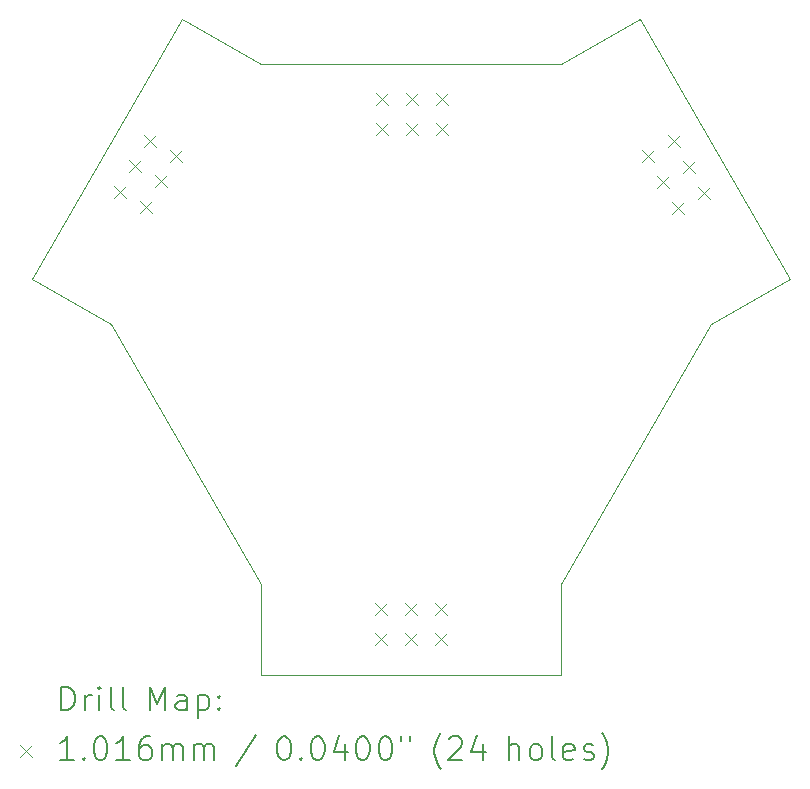
<source format=gbr>
%TF.GenerationSoftware,KiCad,Pcbnew,(6.99.0-2452-gdb4f2d9dd8)*%
%TF.CreationDate,2022-07-29T14:08:00-05:00*%
%TF.ProjectId,VORTAC SAO Board,564f5254-4143-4205-9341-4f20426f6172,rev?*%
%TF.SameCoordinates,Original*%
%TF.FileFunction,Drillmap*%
%TF.FilePolarity,Positive*%
%FSLAX45Y45*%
G04 Gerber Fmt 4.5, Leading zero omitted, Abs format (unit mm)*
G04 Created by KiCad (PCBNEW (6.99.0-2452-gdb4f2d9dd8)) date 2022-07-29 14:08:00*
%MOMM*%
%LPD*%
G01*
G04 APERTURE LIST*
%ADD10C,0.100000*%
%ADD11C,0.200000*%
%ADD12C,0.101600*%
G04 APERTURE END LIST*
D10*
X12700000Y-12115800D02*
X12700000Y-11343704D01*
X12031346Y-6558248D02*
X12700000Y-6944295D01*
X11430000Y-9144000D02*
X10761346Y-8757952D01*
X15240000Y-6944295D02*
X15908654Y-6558248D01*
X17178654Y-8757952D02*
X16510000Y-9144000D01*
X16510000Y-9144000D02*
X15240000Y-11343704D01*
X10761346Y-8757952D02*
X12031346Y-6558248D01*
X12700000Y-6944295D02*
X15240000Y-6944295D01*
X12700000Y-11343704D02*
X11430000Y-9144000D01*
X15240000Y-11343704D02*
X15240000Y-12115800D01*
X15908654Y-6558248D02*
X17178654Y-8757952D01*
X15240000Y-12115800D02*
X12700000Y-12115800D01*
D11*
D12*
X11450309Y-7978338D02*
X11551909Y-8079938D01*
X11551909Y-7978338D02*
X11450309Y-8079938D01*
X11577309Y-7758368D02*
X11678909Y-7859968D01*
X11678909Y-7758368D02*
X11577309Y-7859968D01*
X11670280Y-8105338D02*
X11771880Y-8206938D01*
X11771880Y-8105338D02*
X11670280Y-8206938D01*
X11704309Y-7538397D02*
X11805909Y-7639997D01*
X11805909Y-7538397D02*
X11704309Y-7639997D01*
X11797280Y-7885368D02*
X11898880Y-7986968D01*
X11898880Y-7885368D02*
X11797280Y-7986968D01*
X11924280Y-7665397D02*
X12025880Y-7766997D01*
X12025880Y-7665397D02*
X11924280Y-7766997D01*
X13659200Y-11504200D02*
X13760800Y-11605800D01*
X13760800Y-11504200D02*
X13659200Y-11605800D01*
X13659200Y-11758200D02*
X13760800Y-11859800D01*
X13760800Y-11758200D02*
X13659200Y-11859800D01*
X13671200Y-7190200D02*
X13772800Y-7291800D01*
X13772800Y-7190200D02*
X13671200Y-7291800D01*
X13671200Y-7444200D02*
X13772800Y-7545800D01*
X13772800Y-7444200D02*
X13671200Y-7545800D01*
X13913200Y-11504200D02*
X14014800Y-11605800D01*
X14014800Y-11504200D02*
X13913200Y-11605800D01*
X13913200Y-11758200D02*
X14014800Y-11859800D01*
X14014800Y-11758200D02*
X13913200Y-11859800D01*
X13925200Y-7190200D02*
X14026800Y-7291800D01*
X14026800Y-7190200D02*
X13925200Y-7291800D01*
X13925200Y-7444200D02*
X14026800Y-7545800D01*
X14026800Y-7444200D02*
X13925200Y-7545800D01*
X14167200Y-11504200D02*
X14268800Y-11605800D01*
X14268800Y-11504200D02*
X14167200Y-11605800D01*
X14167200Y-11758200D02*
X14268800Y-11859800D01*
X14268800Y-11758200D02*
X14167200Y-11859800D01*
X14179200Y-7190200D02*
X14280800Y-7291800D01*
X14280800Y-7190200D02*
X14179200Y-7291800D01*
X14179200Y-7444200D02*
X14280800Y-7545800D01*
X14280800Y-7444200D02*
X14179200Y-7545800D01*
X15918683Y-7672926D02*
X16020283Y-7774526D01*
X16020283Y-7672926D02*
X15918683Y-7774526D01*
X16045683Y-7892896D02*
X16147283Y-7994496D01*
X16147283Y-7892896D02*
X16045683Y-7994496D01*
X16138653Y-7545926D02*
X16240253Y-7647526D01*
X16240253Y-7545926D02*
X16138653Y-7647526D01*
X16172683Y-8112867D02*
X16274283Y-8214467D01*
X16274283Y-8112867D02*
X16172683Y-8214467D01*
X16265653Y-7765896D02*
X16367253Y-7867496D01*
X16367253Y-7765896D02*
X16265653Y-7867496D01*
X16392653Y-7985867D02*
X16494253Y-8087467D01*
X16494253Y-7985867D02*
X16392653Y-8087467D01*
D11*
X11003965Y-12414276D02*
X11003965Y-12214276D01*
X11003965Y-12214276D02*
X11051584Y-12214276D01*
X11051584Y-12214276D02*
X11080155Y-12223800D01*
X11080155Y-12223800D02*
X11099203Y-12242848D01*
X11099203Y-12242848D02*
X11108727Y-12261895D01*
X11108727Y-12261895D02*
X11118250Y-12299990D01*
X11118250Y-12299990D02*
X11118250Y-12328562D01*
X11118250Y-12328562D02*
X11108727Y-12366657D01*
X11108727Y-12366657D02*
X11099203Y-12385705D01*
X11099203Y-12385705D02*
X11080155Y-12404752D01*
X11080155Y-12404752D02*
X11051584Y-12414276D01*
X11051584Y-12414276D02*
X11003965Y-12414276D01*
X11203965Y-12414276D02*
X11203965Y-12280943D01*
X11203965Y-12319038D02*
X11213488Y-12299990D01*
X11213488Y-12299990D02*
X11223012Y-12290467D01*
X11223012Y-12290467D02*
X11242060Y-12280943D01*
X11242060Y-12280943D02*
X11261108Y-12280943D01*
X11327774Y-12414276D02*
X11327774Y-12280943D01*
X11327774Y-12214276D02*
X11318250Y-12223800D01*
X11318250Y-12223800D02*
X11327774Y-12233324D01*
X11327774Y-12233324D02*
X11337298Y-12223800D01*
X11337298Y-12223800D02*
X11327774Y-12214276D01*
X11327774Y-12214276D02*
X11327774Y-12233324D01*
X11451584Y-12414276D02*
X11432536Y-12404752D01*
X11432536Y-12404752D02*
X11423012Y-12385705D01*
X11423012Y-12385705D02*
X11423012Y-12214276D01*
X11556346Y-12414276D02*
X11537298Y-12404752D01*
X11537298Y-12404752D02*
X11527774Y-12385705D01*
X11527774Y-12385705D02*
X11527774Y-12214276D01*
X11752536Y-12414276D02*
X11752536Y-12214276D01*
X11752536Y-12214276D02*
X11819203Y-12357133D01*
X11819203Y-12357133D02*
X11885869Y-12214276D01*
X11885869Y-12214276D02*
X11885869Y-12414276D01*
X12066822Y-12414276D02*
X12066822Y-12309514D01*
X12066822Y-12309514D02*
X12057298Y-12290467D01*
X12057298Y-12290467D02*
X12038250Y-12280943D01*
X12038250Y-12280943D02*
X12000155Y-12280943D01*
X12000155Y-12280943D02*
X11981107Y-12290467D01*
X12066822Y-12404752D02*
X12047774Y-12414276D01*
X12047774Y-12414276D02*
X12000155Y-12414276D01*
X12000155Y-12414276D02*
X11981107Y-12404752D01*
X11981107Y-12404752D02*
X11971584Y-12385705D01*
X11971584Y-12385705D02*
X11971584Y-12366657D01*
X11971584Y-12366657D02*
X11981107Y-12347609D01*
X11981107Y-12347609D02*
X12000155Y-12338086D01*
X12000155Y-12338086D02*
X12047774Y-12338086D01*
X12047774Y-12338086D02*
X12066822Y-12328562D01*
X12162060Y-12280943D02*
X12162060Y-12480943D01*
X12162060Y-12290467D02*
X12181107Y-12280943D01*
X12181107Y-12280943D02*
X12219203Y-12280943D01*
X12219203Y-12280943D02*
X12238250Y-12290467D01*
X12238250Y-12290467D02*
X12247774Y-12299990D01*
X12247774Y-12299990D02*
X12257298Y-12319038D01*
X12257298Y-12319038D02*
X12257298Y-12376181D01*
X12257298Y-12376181D02*
X12247774Y-12395228D01*
X12247774Y-12395228D02*
X12238250Y-12404752D01*
X12238250Y-12404752D02*
X12219203Y-12414276D01*
X12219203Y-12414276D02*
X12181107Y-12414276D01*
X12181107Y-12414276D02*
X12162060Y-12404752D01*
X12343012Y-12395228D02*
X12352536Y-12404752D01*
X12352536Y-12404752D02*
X12343012Y-12414276D01*
X12343012Y-12414276D02*
X12333488Y-12404752D01*
X12333488Y-12404752D02*
X12343012Y-12395228D01*
X12343012Y-12395228D02*
X12343012Y-12414276D01*
X12343012Y-12290467D02*
X12352536Y-12299990D01*
X12352536Y-12299990D02*
X12343012Y-12309514D01*
X12343012Y-12309514D02*
X12333488Y-12299990D01*
X12333488Y-12299990D02*
X12343012Y-12290467D01*
X12343012Y-12290467D02*
X12343012Y-12309514D01*
D12*
X10654746Y-12710000D02*
X10756346Y-12811600D01*
X10756346Y-12710000D02*
X10654746Y-12811600D01*
D11*
X11108727Y-12834276D02*
X10994441Y-12834276D01*
X11051584Y-12834276D02*
X11051584Y-12634276D01*
X11051584Y-12634276D02*
X11032536Y-12662848D01*
X11032536Y-12662848D02*
X11013489Y-12681895D01*
X11013489Y-12681895D02*
X10994441Y-12691419D01*
X11194441Y-12815228D02*
X11203965Y-12824752D01*
X11203965Y-12824752D02*
X11194441Y-12834276D01*
X11194441Y-12834276D02*
X11184917Y-12824752D01*
X11184917Y-12824752D02*
X11194441Y-12815228D01*
X11194441Y-12815228D02*
X11194441Y-12834276D01*
X11327774Y-12634276D02*
X11346822Y-12634276D01*
X11346822Y-12634276D02*
X11365869Y-12643800D01*
X11365869Y-12643800D02*
X11375393Y-12653324D01*
X11375393Y-12653324D02*
X11384917Y-12672371D01*
X11384917Y-12672371D02*
X11394441Y-12710467D01*
X11394441Y-12710467D02*
X11394441Y-12758086D01*
X11394441Y-12758086D02*
X11384917Y-12796181D01*
X11384917Y-12796181D02*
X11375393Y-12815228D01*
X11375393Y-12815228D02*
X11365869Y-12824752D01*
X11365869Y-12824752D02*
X11346822Y-12834276D01*
X11346822Y-12834276D02*
X11327774Y-12834276D01*
X11327774Y-12834276D02*
X11308727Y-12824752D01*
X11308727Y-12824752D02*
X11299203Y-12815228D01*
X11299203Y-12815228D02*
X11289679Y-12796181D01*
X11289679Y-12796181D02*
X11280155Y-12758086D01*
X11280155Y-12758086D02*
X11280155Y-12710467D01*
X11280155Y-12710467D02*
X11289679Y-12672371D01*
X11289679Y-12672371D02*
X11299203Y-12653324D01*
X11299203Y-12653324D02*
X11308727Y-12643800D01*
X11308727Y-12643800D02*
X11327774Y-12634276D01*
X11584917Y-12834276D02*
X11470631Y-12834276D01*
X11527774Y-12834276D02*
X11527774Y-12634276D01*
X11527774Y-12634276D02*
X11508727Y-12662848D01*
X11508727Y-12662848D02*
X11489679Y-12681895D01*
X11489679Y-12681895D02*
X11470631Y-12691419D01*
X11756346Y-12634276D02*
X11718250Y-12634276D01*
X11718250Y-12634276D02*
X11699203Y-12643800D01*
X11699203Y-12643800D02*
X11689679Y-12653324D01*
X11689679Y-12653324D02*
X11670631Y-12681895D01*
X11670631Y-12681895D02*
X11661108Y-12719990D01*
X11661108Y-12719990D02*
X11661108Y-12796181D01*
X11661108Y-12796181D02*
X11670631Y-12815228D01*
X11670631Y-12815228D02*
X11680155Y-12824752D01*
X11680155Y-12824752D02*
X11699203Y-12834276D01*
X11699203Y-12834276D02*
X11737298Y-12834276D01*
X11737298Y-12834276D02*
X11756346Y-12824752D01*
X11756346Y-12824752D02*
X11765869Y-12815228D01*
X11765869Y-12815228D02*
X11775393Y-12796181D01*
X11775393Y-12796181D02*
X11775393Y-12748562D01*
X11775393Y-12748562D02*
X11765869Y-12729514D01*
X11765869Y-12729514D02*
X11756346Y-12719990D01*
X11756346Y-12719990D02*
X11737298Y-12710467D01*
X11737298Y-12710467D02*
X11699203Y-12710467D01*
X11699203Y-12710467D02*
X11680155Y-12719990D01*
X11680155Y-12719990D02*
X11670631Y-12729514D01*
X11670631Y-12729514D02*
X11661108Y-12748562D01*
X11861108Y-12834276D02*
X11861108Y-12700943D01*
X11861108Y-12719990D02*
X11870631Y-12710467D01*
X11870631Y-12710467D02*
X11889679Y-12700943D01*
X11889679Y-12700943D02*
X11918250Y-12700943D01*
X11918250Y-12700943D02*
X11937298Y-12710467D01*
X11937298Y-12710467D02*
X11946822Y-12729514D01*
X11946822Y-12729514D02*
X11946822Y-12834276D01*
X11946822Y-12729514D02*
X11956346Y-12710467D01*
X11956346Y-12710467D02*
X11975393Y-12700943D01*
X11975393Y-12700943D02*
X12003965Y-12700943D01*
X12003965Y-12700943D02*
X12023012Y-12710467D01*
X12023012Y-12710467D02*
X12032536Y-12729514D01*
X12032536Y-12729514D02*
X12032536Y-12834276D01*
X12127774Y-12834276D02*
X12127774Y-12700943D01*
X12127774Y-12719990D02*
X12137298Y-12710467D01*
X12137298Y-12710467D02*
X12156346Y-12700943D01*
X12156346Y-12700943D02*
X12184917Y-12700943D01*
X12184917Y-12700943D02*
X12203965Y-12710467D01*
X12203965Y-12710467D02*
X12213489Y-12729514D01*
X12213489Y-12729514D02*
X12213489Y-12834276D01*
X12213489Y-12729514D02*
X12223012Y-12710467D01*
X12223012Y-12710467D02*
X12242060Y-12700943D01*
X12242060Y-12700943D02*
X12270631Y-12700943D01*
X12270631Y-12700943D02*
X12289679Y-12710467D01*
X12289679Y-12710467D02*
X12299203Y-12729514D01*
X12299203Y-12729514D02*
X12299203Y-12834276D01*
X12657298Y-12624752D02*
X12485870Y-12881895D01*
X12882060Y-12634276D02*
X12901108Y-12634276D01*
X12901108Y-12634276D02*
X12920155Y-12643800D01*
X12920155Y-12643800D02*
X12929679Y-12653324D01*
X12929679Y-12653324D02*
X12939203Y-12672371D01*
X12939203Y-12672371D02*
X12948727Y-12710467D01*
X12948727Y-12710467D02*
X12948727Y-12758086D01*
X12948727Y-12758086D02*
X12939203Y-12796181D01*
X12939203Y-12796181D02*
X12929679Y-12815228D01*
X12929679Y-12815228D02*
X12920155Y-12824752D01*
X12920155Y-12824752D02*
X12901108Y-12834276D01*
X12901108Y-12834276D02*
X12882060Y-12834276D01*
X12882060Y-12834276D02*
X12863012Y-12824752D01*
X12863012Y-12824752D02*
X12853489Y-12815228D01*
X12853489Y-12815228D02*
X12843965Y-12796181D01*
X12843965Y-12796181D02*
X12834441Y-12758086D01*
X12834441Y-12758086D02*
X12834441Y-12710467D01*
X12834441Y-12710467D02*
X12843965Y-12672371D01*
X12843965Y-12672371D02*
X12853489Y-12653324D01*
X12853489Y-12653324D02*
X12863012Y-12643800D01*
X12863012Y-12643800D02*
X12882060Y-12634276D01*
X13034441Y-12815228D02*
X13043965Y-12824752D01*
X13043965Y-12824752D02*
X13034441Y-12834276D01*
X13034441Y-12834276D02*
X13024917Y-12824752D01*
X13024917Y-12824752D02*
X13034441Y-12815228D01*
X13034441Y-12815228D02*
X13034441Y-12834276D01*
X13167774Y-12634276D02*
X13186822Y-12634276D01*
X13186822Y-12634276D02*
X13205870Y-12643800D01*
X13205870Y-12643800D02*
X13215393Y-12653324D01*
X13215393Y-12653324D02*
X13224917Y-12672371D01*
X13224917Y-12672371D02*
X13234441Y-12710467D01*
X13234441Y-12710467D02*
X13234441Y-12758086D01*
X13234441Y-12758086D02*
X13224917Y-12796181D01*
X13224917Y-12796181D02*
X13215393Y-12815228D01*
X13215393Y-12815228D02*
X13205870Y-12824752D01*
X13205870Y-12824752D02*
X13186822Y-12834276D01*
X13186822Y-12834276D02*
X13167774Y-12834276D01*
X13167774Y-12834276D02*
X13148727Y-12824752D01*
X13148727Y-12824752D02*
X13139203Y-12815228D01*
X13139203Y-12815228D02*
X13129679Y-12796181D01*
X13129679Y-12796181D02*
X13120155Y-12758086D01*
X13120155Y-12758086D02*
X13120155Y-12710467D01*
X13120155Y-12710467D02*
X13129679Y-12672371D01*
X13129679Y-12672371D02*
X13139203Y-12653324D01*
X13139203Y-12653324D02*
X13148727Y-12643800D01*
X13148727Y-12643800D02*
X13167774Y-12634276D01*
X13405870Y-12700943D02*
X13405870Y-12834276D01*
X13358250Y-12624752D02*
X13310631Y-12767609D01*
X13310631Y-12767609D02*
X13434441Y-12767609D01*
X13548727Y-12634276D02*
X13567774Y-12634276D01*
X13567774Y-12634276D02*
X13586822Y-12643800D01*
X13586822Y-12643800D02*
X13596346Y-12653324D01*
X13596346Y-12653324D02*
X13605870Y-12672371D01*
X13605870Y-12672371D02*
X13615393Y-12710467D01*
X13615393Y-12710467D02*
X13615393Y-12758086D01*
X13615393Y-12758086D02*
X13605870Y-12796181D01*
X13605870Y-12796181D02*
X13596346Y-12815228D01*
X13596346Y-12815228D02*
X13586822Y-12824752D01*
X13586822Y-12824752D02*
X13567774Y-12834276D01*
X13567774Y-12834276D02*
X13548727Y-12834276D01*
X13548727Y-12834276D02*
X13529679Y-12824752D01*
X13529679Y-12824752D02*
X13520155Y-12815228D01*
X13520155Y-12815228D02*
X13510631Y-12796181D01*
X13510631Y-12796181D02*
X13501108Y-12758086D01*
X13501108Y-12758086D02*
X13501108Y-12710467D01*
X13501108Y-12710467D02*
X13510631Y-12672371D01*
X13510631Y-12672371D02*
X13520155Y-12653324D01*
X13520155Y-12653324D02*
X13529679Y-12643800D01*
X13529679Y-12643800D02*
X13548727Y-12634276D01*
X13739203Y-12634276D02*
X13758251Y-12634276D01*
X13758251Y-12634276D02*
X13777298Y-12643800D01*
X13777298Y-12643800D02*
X13786822Y-12653324D01*
X13786822Y-12653324D02*
X13796346Y-12672371D01*
X13796346Y-12672371D02*
X13805870Y-12710467D01*
X13805870Y-12710467D02*
X13805870Y-12758086D01*
X13805870Y-12758086D02*
X13796346Y-12796181D01*
X13796346Y-12796181D02*
X13786822Y-12815228D01*
X13786822Y-12815228D02*
X13777298Y-12824752D01*
X13777298Y-12824752D02*
X13758251Y-12834276D01*
X13758251Y-12834276D02*
X13739203Y-12834276D01*
X13739203Y-12834276D02*
X13720155Y-12824752D01*
X13720155Y-12824752D02*
X13710631Y-12815228D01*
X13710631Y-12815228D02*
X13701108Y-12796181D01*
X13701108Y-12796181D02*
X13691584Y-12758086D01*
X13691584Y-12758086D02*
X13691584Y-12710467D01*
X13691584Y-12710467D02*
X13701108Y-12672371D01*
X13701108Y-12672371D02*
X13710631Y-12653324D01*
X13710631Y-12653324D02*
X13720155Y-12643800D01*
X13720155Y-12643800D02*
X13739203Y-12634276D01*
X13882060Y-12634276D02*
X13882060Y-12672371D01*
X13958251Y-12634276D02*
X13958251Y-12672371D01*
X14221108Y-12910467D02*
X14211584Y-12900943D01*
X14211584Y-12900943D02*
X14192536Y-12872371D01*
X14192536Y-12872371D02*
X14183012Y-12853324D01*
X14183012Y-12853324D02*
X14173489Y-12824752D01*
X14173489Y-12824752D02*
X14163965Y-12777133D01*
X14163965Y-12777133D02*
X14163965Y-12739038D01*
X14163965Y-12739038D02*
X14173489Y-12691419D01*
X14173489Y-12691419D02*
X14183012Y-12662848D01*
X14183012Y-12662848D02*
X14192536Y-12643800D01*
X14192536Y-12643800D02*
X14211584Y-12615228D01*
X14211584Y-12615228D02*
X14221108Y-12605705D01*
X14287774Y-12653324D02*
X14297298Y-12643800D01*
X14297298Y-12643800D02*
X14316346Y-12634276D01*
X14316346Y-12634276D02*
X14363965Y-12634276D01*
X14363965Y-12634276D02*
X14383012Y-12643800D01*
X14383012Y-12643800D02*
X14392536Y-12653324D01*
X14392536Y-12653324D02*
X14402060Y-12672371D01*
X14402060Y-12672371D02*
X14402060Y-12691419D01*
X14402060Y-12691419D02*
X14392536Y-12719990D01*
X14392536Y-12719990D02*
X14278251Y-12834276D01*
X14278251Y-12834276D02*
X14402060Y-12834276D01*
X14573489Y-12700943D02*
X14573489Y-12834276D01*
X14525870Y-12624752D02*
X14478251Y-12767609D01*
X14478251Y-12767609D02*
X14602060Y-12767609D01*
X14798251Y-12834276D02*
X14798251Y-12634276D01*
X14883965Y-12834276D02*
X14883965Y-12729514D01*
X14883965Y-12729514D02*
X14874441Y-12710467D01*
X14874441Y-12710467D02*
X14855393Y-12700943D01*
X14855393Y-12700943D02*
X14826822Y-12700943D01*
X14826822Y-12700943D02*
X14807774Y-12710467D01*
X14807774Y-12710467D02*
X14798251Y-12719990D01*
X15007774Y-12834276D02*
X14988727Y-12824752D01*
X14988727Y-12824752D02*
X14979203Y-12815228D01*
X14979203Y-12815228D02*
X14969679Y-12796181D01*
X14969679Y-12796181D02*
X14969679Y-12739038D01*
X14969679Y-12739038D02*
X14979203Y-12719990D01*
X14979203Y-12719990D02*
X14988727Y-12710467D01*
X14988727Y-12710467D02*
X15007774Y-12700943D01*
X15007774Y-12700943D02*
X15036346Y-12700943D01*
X15036346Y-12700943D02*
X15055393Y-12710467D01*
X15055393Y-12710467D02*
X15064917Y-12719990D01*
X15064917Y-12719990D02*
X15074441Y-12739038D01*
X15074441Y-12739038D02*
X15074441Y-12796181D01*
X15074441Y-12796181D02*
X15064917Y-12815228D01*
X15064917Y-12815228D02*
X15055393Y-12824752D01*
X15055393Y-12824752D02*
X15036346Y-12834276D01*
X15036346Y-12834276D02*
X15007774Y-12834276D01*
X15188727Y-12834276D02*
X15169679Y-12824752D01*
X15169679Y-12824752D02*
X15160155Y-12805705D01*
X15160155Y-12805705D02*
X15160155Y-12634276D01*
X15341108Y-12824752D02*
X15322060Y-12834276D01*
X15322060Y-12834276D02*
X15283965Y-12834276D01*
X15283965Y-12834276D02*
X15264917Y-12824752D01*
X15264917Y-12824752D02*
X15255393Y-12805705D01*
X15255393Y-12805705D02*
X15255393Y-12729514D01*
X15255393Y-12729514D02*
X15264917Y-12710467D01*
X15264917Y-12710467D02*
X15283965Y-12700943D01*
X15283965Y-12700943D02*
X15322060Y-12700943D01*
X15322060Y-12700943D02*
X15341108Y-12710467D01*
X15341108Y-12710467D02*
X15350632Y-12729514D01*
X15350632Y-12729514D02*
X15350632Y-12748562D01*
X15350632Y-12748562D02*
X15255393Y-12767609D01*
X15426822Y-12824752D02*
X15445870Y-12834276D01*
X15445870Y-12834276D02*
X15483965Y-12834276D01*
X15483965Y-12834276D02*
X15503013Y-12824752D01*
X15503013Y-12824752D02*
X15512536Y-12805705D01*
X15512536Y-12805705D02*
X15512536Y-12796181D01*
X15512536Y-12796181D02*
X15503013Y-12777133D01*
X15503013Y-12777133D02*
X15483965Y-12767609D01*
X15483965Y-12767609D02*
X15455393Y-12767609D01*
X15455393Y-12767609D02*
X15436346Y-12758086D01*
X15436346Y-12758086D02*
X15426822Y-12739038D01*
X15426822Y-12739038D02*
X15426822Y-12729514D01*
X15426822Y-12729514D02*
X15436346Y-12710467D01*
X15436346Y-12710467D02*
X15455393Y-12700943D01*
X15455393Y-12700943D02*
X15483965Y-12700943D01*
X15483965Y-12700943D02*
X15503013Y-12710467D01*
X15579203Y-12910467D02*
X15588727Y-12900943D01*
X15588727Y-12900943D02*
X15607774Y-12872371D01*
X15607774Y-12872371D02*
X15617298Y-12853324D01*
X15617298Y-12853324D02*
X15626822Y-12824752D01*
X15626822Y-12824752D02*
X15636346Y-12777133D01*
X15636346Y-12777133D02*
X15636346Y-12739038D01*
X15636346Y-12739038D02*
X15626822Y-12691419D01*
X15626822Y-12691419D02*
X15617298Y-12662848D01*
X15617298Y-12662848D02*
X15607774Y-12643800D01*
X15607774Y-12643800D02*
X15588727Y-12615228D01*
X15588727Y-12615228D02*
X15579203Y-12605705D01*
M02*

</source>
